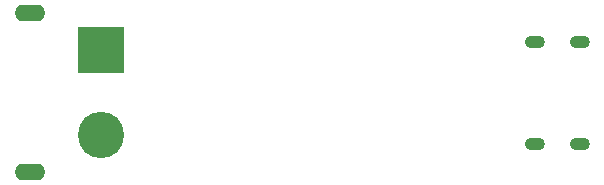
<source format=gbr>
%TF.GenerationSoftware,KiCad,Pcbnew,9.0.4*%
%TF.CreationDate,2025-09-28T14:02:47+03:00*%
%TF.ProjectId,Project_MP2494,50726f6a-6563-4745-9f4d-50323439342e,1.0*%
%TF.SameCoordinates,Original*%
%TF.FileFunction,Soldermask,Bot*%
%TF.FilePolarity,Negative*%
%FSLAX46Y46*%
G04 Gerber Fmt 4.6, Leading zero omitted, Abs format (unit mm)*
G04 Created by KiCad (PCBNEW 9.0.4) date 2025-09-28 14:02:47*
%MOMM*%
%LPD*%
G01*
G04 APERTURE LIST*
G04 Aperture macros list*
%AMRoundRect*
0 Rectangle with rounded corners*
0 $1 Rounding radius*
0 $2 $3 $4 $5 $6 $7 $8 $9 X,Y pos of 4 corners*
0 Add a 4 corners polygon primitive as box body*
4,1,4,$2,$3,$4,$5,$6,$7,$8,$9,$2,$3,0*
0 Add four circle primitives for the rounded corners*
1,1,$1+$1,$2,$3*
1,1,$1+$1,$4,$5*
1,1,$1+$1,$6,$7*
1,1,$1+$1,$8,$9*
0 Add four rect primitives between the rounded corners*
20,1,$1+$1,$2,$3,$4,$5,0*
20,1,$1+$1,$4,$5,$6,$7,0*
20,1,$1+$1,$6,$7,$8,$9,0*
20,1,$1+$1,$8,$9,$2,$3,0*%
G04 Aperture macros list end*
%ADD10O,2.604000X1.404000*%
%ADD11RoundRect,0.102000X1.858000X-1.858000X1.858000X1.858000X-1.858000X1.858000X-1.858000X-1.858000X0*%
%ADD12C,3.920000*%
%ADD13O,1.701800X1.092200*%
G04 APERTURE END LIST*
D10*
%TO.C,J1*%
X116250000Y-116750000D03*
X116250000Y-103250000D03*
D11*
X122250000Y-106400000D03*
D12*
X122250000Y-113600000D03*
%TD*%
D13*
%TO.C,J2*%
X159045600Y-114320000D03*
X162845599Y-114320000D03*
X159045600Y-105680000D03*
X162845599Y-105680000D03*
%TD*%
M02*

</source>
